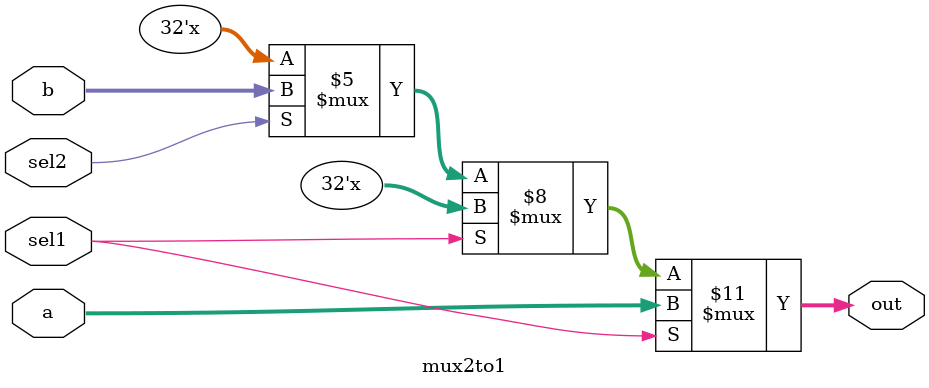
<source format=v>
`timescale 1ns / 1ps


module mux2to1#(parameter DATA_WIDTH=32)(

    input [DATA_WIDTH-1:0] a,
    input [DATA_WIDTH-1:0] b,
    output reg [DATA_WIDTH-1:0] out,
    input sel1,
    input sel2);
    
    always@(*)
    begin
        if(sel1==1'b1)
            out = a;
        else if(sel2==1'b1)
            out = b;
        else
            out = {DATA_WIDTH{1'bx}};
    end
    
    endmodule

</source>
